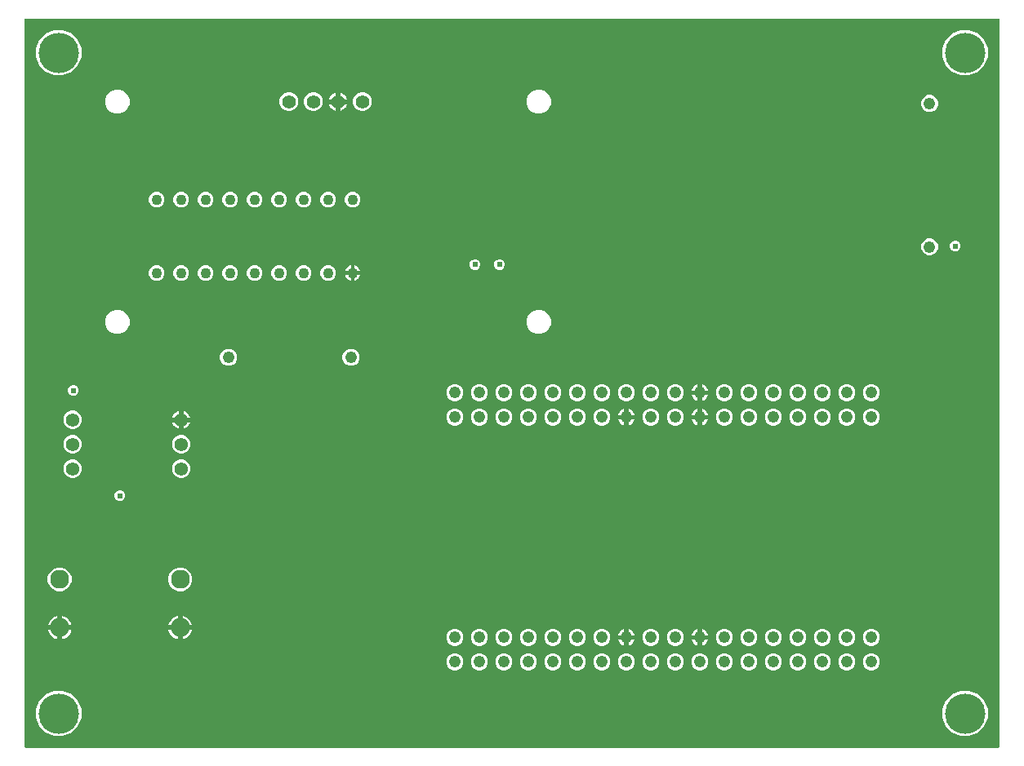
<source format=gbr>
G04 EAGLE Gerber RS-274X export*
G75*
%MOMM*%
%FSLAX34Y34*%
%LPD*%
%INCopper Layer 2*%
%IPPOS*%
%AMOC8*
5,1,8,0,0,1.08239X$1,22.5*%
G01*
%ADD10C,1.960000*%
%ADD11C,1.244600*%
%ADD12C,1.102363*%
%ADD13C,1.422400*%
%ADD14C,1.386838*%
%ADD15C,4.191000*%
%ADD16C,0.609600*%

G36*
X1012308Y2556D02*
X1012308Y2556D01*
X1012427Y2563D01*
X1012465Y2576D01*
X1012506Y2581D01*
X1012616Y2624D01*
X1012729Y2661D01*
X1012764Y2683D01*
X1012801Y2698D01*
X1012897Y2767D01*
X1012998Y2831D01*
X1013026Y2861D01*
X1013059Y2884D01*
X1013135Y2976D01*
X1013216Y3063D01*
X1013236Y3098D01*
X1013261Y3129D01*
X1013312Y3237D01*
X1013370Y3341D01*
X1013380Y3381D01*
X1013397Y3417D01*
X1013419Y3534D01*
X1013449Y3649D01*
X1013453Y3709D01*
X1013457Y3729D01*
X1013455Y3750D01*
X1013459Y3810D01*
X1013459Y758190D01*
X1013444Y758308D01*
X1013437Y758427D01*
X1013424Y758465D01*
X1013419Y758506D01*
X1013376Y758616D01*
X1013339Y758729D01*
X1013317Y758764D01*
X1013302Y758801D01*
X1013233Y758897D01*
X1013169Y758998D01*
X1013139Y759026D01*
X1013116Y759059D01*
X1013024Y759135D01*
X1012937Y759216D01*
X1012902Y759236D01*
X1012871Y759261D01*
X1012763Y759312D01*
X1012659Y759370D01*
X1012619Y759380D01*
X1012583Y759397D01*
X1012466Y759419D01*
X1012351Y759449D01*
X1012291Y759453D01*
X1012271Y759457D01*
X1012250Y759455D01*
X1012190Y759459D01*
X3810Y759459D01*
X3692Y759444D01*
X3573Y759437D01*
X3535Y759424D01*
X3494Y759419D01*
X3384Y759376D01*
X3271Y759339D01*
X3236Y759317D01*
X3199Y759302D01*
X3103Y759233D01*
X3002Y759169D01*
X2974Y759139D01*
X2941Y759116D01*
X2865Y759024D01*
X2784Y758937D01*
X2764Y758902D01*
X2739Y758871D01*
X2688Y758763D01*
X2630Y758659D01*
X2620Y758619D01*
X2603Y758583D01*
X2581Y758466D01*
X2551Y758351D01*
X2547Y758291D01*
X2543Y758271D01*
X2545Y758250D01*
X2541Y758190D01*
X2541Y3810D01*
X2556Y3692D01*
X2563Y3573D01*
X2576Y3535D01*
X2581Y3494D01*
X2624Y3384D01*
X2661Y3271D01*
X2683Y3236D01*
X2698Y3199D01*
X2767Y3103D01*
X2831Y3002D01*
X2861Y2974D01*
X2884Y2941D01*
X2976Y2865D01*
X3063Y2784D01*
X3098Y2764D01*
X3129Y2739D01*
X3237Y2688D01*
X3341Y2630D01*
X3381Y2620D01*
X3417Y2603D01*
X3534Y2581D01*
X3649Y2551D01*
X3709Y2547D01*
X3729Y2543D01*
X3750Y2545D01*
X3810Y2541D01*
X1012190Y2541D01*
X1012308Y2556D01*
G37*
%LPC*%
G36*
X973226Y700404D02*
X973226Y700404D01*
X964591Y703981D01*
X957981Y710591D01*
X954404Y719226D01*
X954404Y728574D01*
X957981Y737209D01*
X964591Y743819D01*
X973226Y747396D01*
X982574Y747396D01*
X991209Y743819D01*
X997819Y737209D01*
X1001396Y728574D01*
X1001396Y719226D01*
X997819Y710591D01*
X991209Y703981D01*
X982574Y700404D01*
X973226Y700404D01*
G37*
%LPD*%
%LPC*%
G36*
X33426Y700404D02*
X33426Y700404D01*
X24791Y703981D01*
X18181Y710591D01*
X14604Y719226D01*
X14604Y728574D01*
X18181Y737209D01*
X24791Y743819D01*
X33426Y747396D01*
X42774Y747396D01*
X51409Y743819D01*
X58019Y737209D01*
X61596Y728574D01*
X61596Y719226D01*
X58019Y710591D01*
X51409Y703981D01*
X42774Y700404D01*
X33426Y700404D01*
G37*
%LPD*%
%LPC*%
G36*
X33426Y14604D02*
X33426Y14604D01*
X24791Y18181D01*
X18181Y24791D01*
X14604Y33426D01*
X14604Y42774D01*
X18181Y51409D01*
X24791Y58019D01*
X33426Y61596D01*
X42774Y61596D01*
X51409Y58019D01*
X58019Y51409D01*
X61596Y42774D01*
X61596Y33426D01*
X58019Y24791D01*
X51409Y18181D01*
X42774Y14604D01*
X33426Y14604D01*
G37*
%LPD*%
%LPC*%
G36*
X973226Y14604D02*
X973226Y14604D01*
X964591Y18181D01*
X957981Y24791D01*
X954404Y33426D01*
X954404Y42774D01*
X957981Y51409D01*
X964591Y58019D01*
X973226Y61596D01*
X982574Y61596D01*
X991209Y58019D01*
X997819Y51409D01*
X1001396Y42774D01*
X1001396Y33426D01*
X997819Y24791D01*
X991209Y18181D01*
X982574Y14604D01*
X973226Y14604D01*
G37*
%LPD*%
%LPC*%
G36*
X533445Y431959D02*
X533445Y431959D01*
X528836Y433868D01*
X525308Y437396D01*
X523399Y442005D01*
X523399Y446995D01*
X525308Y451604D01*
X528836Y455132D01*
X533445Y457041D01*
X538435Y457041D01*
X543044Y455132D01*
X546572Y451604D01*
X548481Y446995D01*
X548481Y442005D01*
X546572Y437396D01*
X543044Y433868D01*
X538435Y431959D01*
X533445Y431959D01*
G37*
%LPD*%
%LPC*%
G36*
X96565Y431959D02*
X96565Y431959D01*
X91956Y433868D01*
X88428Y437396D01*
X86519Y442005D01*
X86519Y446995D01*
X88428Y451604D01*
X91956Y455132D01*
X96565Y457041D01*
X101555Y457041D01*
X106164Y455132D01*
X109692Y451604D01*
X111601Y446995D01*
X111601Y442005D01*
X109692Y437396D01*
X106164Y433868D01*
X101555Y431959D01*
X96565Y431959D01*
G37*
%LPD*%
%LPC*%
G36*
X96565Y660559D02*
X96565Y660559D01*
X91956Y662468D01*
X88428Y665996D01*
X86519Y670605D01*
X86519Y675595D01*
X88428Y680204D01*
X91956Y683732D01*
X96565Y685641D01*
X101555Y685641D01*
X106164Y683732D01*
X109692Y680204D01*
X111601Y675595D01*
X111601Y670605D01*
X109692Y665996D01*
X106164Y662468D01*
X101555Y660559D01*
X96565Y660559D01*
G37*
%LPD*%
%LPC*%
G36*
X533445Y660559D02*
X533445Y660559D01*
X528836Y662468D01*
X525308Y665996D01*
X523399Y670605D01*
X523399Y675595D01*
X525308Y680204D01*
X528836Y683732D01*
X533445Y685641D01*
X538435Y685641D01*
X543044Y683732D01*
X546572Y680204D01*
X548481Y675595D01*
X548481Y670605D01*
X546572Y665996D01*
X543044Y662468D01*
X538435Y660559D01*
X533445Y660559D01*
G37*
%LPD*%
%LPC*%
G36*
X161645Y165059D02*
X161645Y165059D01*
X157110Y166938D01*
X153638Y170410D01*
X151759Y174945D01*
X151759Y179855D01*
X153638Y184390D01*
X157110Y187862D01*
X161645Y189741D01*
X166555Y189741D01*
X171090Y187862D01*
X174562Y184390D01*
X176441Y179855D01*
X176441Y174945D01*
X174562Y170410D01*
X171090Y166938D01*
X166555Y165059D01*
X161645Y165059D01*
G37*
%LPD*%
%LPC*%
G36*
X36645Y165059D02*
X36645Y165059D01*
X32110Y166938D01*
X28638Y170410D01*
X26759Y174945D01*
X26759Y179855D01*
X28638Y184390D01*
X32110Y187862D01*
X36645Y189741D01*
X41555Y189741D01*
X46090Y187862D01*
X49562Y184390D01*
X51441Y179855D01*
X51441Y174945D01*
X49562Y170410D01*
X46090Y166938D01*
X41555Y165059D01*
X36645Y165059D01*
G37*
%LPD*%
%LPC*%
G36*
X300340Y663447D02*
X300340Y663447D01*
X296792Y664917D01*
X294077Y667632D01*
X292607Y671180D01*
X292607Y675020D01*
X294077Y678568D01*
X296792Y681283D01*
X300340Y682753D01*
X304180Y682753D01*
X307728Y681283D01*
X310443Y678568D01*
X311913Y675020D01*
X311913Y671180D01*
X310443Y667632D01*
X307728Y664917D01*
X304180Y663447D01*
X300340Y663447D01*
G37*
%LPD*%
%LPC*%
G36*
X274940Y663447D02*
X274940Y663447D01*
X271392Y664917D01*
X268677Y667632D01*
X267207Y671180D01*
X267207Y675020D01*
X268677Y678568D01*
X271392Y681283D01*
X274940Y682753D01*
X278780Y682753D01*
X282328Y681283D01*
X285043Y678568D01*
X286513Y675020D01*
X286513Y671180D01*
X285043Y667632D01*
X282328Y664917D01*
X278780Y663447D01*
X274940Y663447D01*
G37*
%LPD*%
%LPC*%
G36*
X351140Y663447D02*
X351140Y663447D01*
X347592Y664917D01*
X344877Y667632D01*
X343407Y671180D01*
X343407Y675020D01*
X344877Y678568D01*
X347592Y681283D01*
X351140Y682753D01*
X354980Y682753D01*
X358528Y681283D01*
X361243Y678568D01*
X362713Y675020D01*
X362713Y671180D01*
X361243Y667632D01*
X358528Y664917D01*
X354980Y663447D01*
X351140Y663447D01*
G37*
%LPD*%
%LPC*%
G36*
X163215Y308025D02*
X163215Y308025D01*
X159733Y309468D01*
X157068Y312133D01*
X155625Y315615D01*
X155625Y319385D01*
X157068Y322867D01*
X159733Y325532D01*
X163215Y326975D01*
X166985Y326975D01*
X170467Y325532D01*
X173132Y322867D01*
X174575Y319385D01*
X174575Y315615D01*
X173132Y312133D01*
X170467Y309468D01*
X166985Y308025D01*
X163215Y308025D01*
G37*
%LPD*%
%LPC*%
G36*
X50693Y333425D02*
X50693Y333425D01*
X47211Y334868D01*
X44546Y337533D01*
X43103Y341015D01*
X43103Y344785D01*
X44546Y348267D01*
X47211Y350932D01*
X50693Y352375D01*
X54463Y352375D01*
X57945Y350932D01*
X60610Y348267D01*
X62053Y344785D01*
X62053Y341015D01*
X60610Y337533D01*
X57945Y334868D01*
X54463Y333425D01*
X50693Y333425D01*
G37*
%LPD*%
%LPC*%
G36*
X50693Y308025D02*
X50693Y308025D01*
X47211Y309468D01*
X44546Y312133D01*
X43103Y315615D01*
X43103Y319385D01*
X44546Y322867D01*
X47211Y325532D01*
X50693Y326975D01*
X54463Y326975D01*
X57945Y325532D01*
X60610Y322867D01*
X62053Y319385D01*
X62053Y315615D01*
X60610Y312133D01*
X57945Y309468D01*
X54463Y308025D01*
X50693Y308025D01*
G37*
%LPD*%
%LPC*%
G36*
X50693Y282625D02*
X50693Y282625D01*
X47211Y284068D01*
X44546Y286733D01*
X43103Y290215D01*
X43103Y293985D01*
X44546Y297467D01*
X47211Y300132D01*
X50693Y301575D01*
X54463Y301575D01*
X57945Y300132D01*
X60610Y297467D01*
X62053Y293985D01*
X62053Y290215D01*
X60610Y286733D01*
X57945Y284068D01*
X54463Y282625D01*
X50693Y282625D01*
G37*
%LPD*%
%LPC*%
G36*
X163215Y282625D02*
X163215Y282625D01*
X159733Y284068D01*
X157068Y286733D01*
X155625Y290215D01*
X155625Y293985D01*
X157068Y297467D01*
X159733Y300132D01*
X163215Y301575D01*
X166985Y301575D01*
X170467Y300132D01*
X173132Y297467D01*
X174575Y293985D01*
X174575Y290215D01*
X173132Y286733D01*
X170467Y284068D01*
X166985Y282625D01*
X163215Y282625D01*
G37*
%LPD*%
%LPC*%
G36*
X497957Y336936D02*
X497957Y336936D01*
X494736Y338270D01*
X492270Y340736D01*
X490936Y343957D01*
X490936Y347443D01*
X492270Y350664D01*
X494736Y353130D01*
X497957Y354464D01*
X501443Y354464D01*
X504664Y353130D01*
X507130Y350664D01*
X508464Y347443D01*
X508464Y343957D01*
X507130Y340736D01*
X504664Y338270D01*
X501443Y336936D01*
X497957Y336936D01*
G37*
%LPD*%
%LPC*%
G36*
X523357Y336936D02*
X523357Y336936D01*
X520136Y338270D01*
X517670Y340736D01*
X516336Y343957D01*
X516336Y347443D01*
X517670Y350664D01*
X520136Y353130D01*
X523357Y354464D01*
X526843Y354464D01*
X530064Y353130D01*
X532530Y350664D01*
X533864Y347443D01*
X533864Y343957D01*
X532530Y340736D01*
X530064Y338270D01*
X526843Y336936D01*
X523357Y336936D01*
G37*
%LPD*%
%LPC*%
G36*
X447157Y82936D02*
X447157Y82936D01*
X443936Y84270D01*
X441470Y86736D01*
X440136Y89957D01*
X440136Y93443D01*
X441470Y96664D01*
X443936Y99130D01*
X447157Y100464D01*
X450643Y100464D01*
X453864Y99130D01*
X456330Y96664D01*
X457664Y93443D01*
X457664Y89957D01*
X456330Y86736D01*
X453864Y84270D01*
X450643Y82936D01*
X447157Y82936D01*
G37*
%LPD*%
%LPC*%
G36*
X472557Y82936D02*
X472557Y82936D01*
X469336Y84270D01*
X466870Y86736D01*
X465536Y89957D01*
X465536Y93443D01*
X466870Y96664D01*
X469336Y99130D01*
X472557Y100464D01*
X476043Y100464D01*
X479264Y99130D01*
X481730Y96664D01*
X483064Y93443D01*
X483064Y89957D01*
X481730Y86736D01*
X479264Y84270D01*
X476043Y82936D01*
X472557Y82936D01*
G37*
%LPD*%
%LPC*%
G36*
X939357Y513736D02*
X939357Y513736D01*
X936136Y515070D01*
X933670Y517536D01*
X932336Y520757D01*
X932336Y524243D01*
X933670Y527464D01*
X936136Y529930D01*
X939357Y531264D01*
X942843Y531264D01*
X946064Y529930D01*
X948530Y527464D01*
X949864Y524243D01*
X949864Y520757D01*
X948530Y517536D01*
X946064Y515070D01*
X942843Y513736D01*
X939357Y513736D01*
G37*
%LPD*%
%LPC*%
G36*
X497957Y82936D02*
X497957Y82936D01*
X494736Y84270D01*
X492270Y86736D01*
X490936Y89957D01*
X490936Y93443D01*
X492270Y96664D01*
X494736Y99130D01*
X497957Y100464D01*
X501443Y100464D01*
X504664Y99130D01*
X507130Y96664D01*
X508464Y93443D01*
X508464Y89957D01*
X507130Y86736D01*
X504664Y84270D01*
X501443Y82936D01*
X497957Y82936D01*
G37*
%LPD*%
%LPC*%
G36*
X523357Y82936D02*
X523357Y82936D01*
X520136Y84270D01*
X517670Y86736D01*
X516336Y89957D01*
X516336Y93443D01*
X517670Y96664D01*
X520136Y99130D01*
X523357Y100464D01*
X526843Y100464D01*
X530064Y99130D01*
X532530Y96664D01*
X533864Y93443D01*
X533864Y89957D01*
X532530Y86736D01*
X530064Y84270D01*
X526843Y82936D01*
X523357Y82936D01*
G37*
%LPD*%
%LPC*%
G36*
X548757Y82936D02*
X548757Y82936D01*
X545536Y84270D01*
X543070Y86736D01*
X541736Y89957D01*
X541736Y93443D01*
X543070Y96664D01*
X545536Y99130D01*
X548757Y100464D01*
X552243Y100464D01*
X555464Y99130D01*
X557930Y96664D01*
X559264Y93443D01*
X559264Y89957D01*
X557930Y86736D01*
X555464Y84270D01*
X552243Y82936D01*
X548757Y82936D01*
G37*
%LPD*%
%LPC*%
G36*
X574157Y82936D02*
X574157Y82936D01*
X570936Y84270D01*
X568470Y86736D01*
X567136Y89957D01*
X567136Y93443D01*
X568470Y96664D01*
X570936Y99130D01*
X574157Y100464D01*
X577643Y100464D01*
X580864Y99130D01*
X583330Y96664D01*
X584664Y93443D01*
X584664Y89957D01*
X583330Y86736D01*
X580864Y84270D01*
X577643Y82936D01*
X574157Y82936D01*
G37*
%LPD*%
%LPC*%
G36*
X599557Y82936D02*
X599557Y82936D01*
X596336Y84270D01*
X593870Y86736D01*
X592536Y89957D01*
X592536Y93443D01*
X593870Y96664D01*
X596336Y99130D01*
X599557Y100464D01*
X603043Y100464D01*
X606264Y99130D01*
X608730Y96664D01*
X610064Y93443D01*
X610064Y89957D01*
X608730Y86736D01*
X606264Y84270D01*
X603043Y82936D01*
X599557Y82936D01*
G37*
%LPD*%
%LPC*%
G36*
X624957Y82936D02*
X624957Y82936D01*
X621736Y84270D01*
X619270Y86736D01*
X617936Y89957D01*
X617936Y93443D01*
X619270Y96664D01*
X621736Y99130D01*
X624957Y100464D01*
X628443Y100464D01*
X631664Y99130D01*
X634130Y96664D01*
X635464Y93443D01*
X635464Y89957D01*
X634130Y86736D01*
X631664Y84270D01*
X628443Y82936D01*
X624957Y82936D01*
G37*
%LPD*%
%LPC*%
G36*
X650357Y82936D02*
X650357Y82936D01*
X647136Y84270D01*
X644670Y86736D01*
X643336Y89957D01*
X643336Y93443D01*
X644670Y96664D01*
X647136Y99130D01*
X650357Y100464D01*
X653843Y100464D01*
X657064Y99130D01*
X659530Y96664D01*
X660864Y93443D01*
X660864Y89957D01*
X659530Y86736D01*
X657064Y84270D01*
X653843Y82936D01*
X650357Y82936D01*
G37*
%LPD*%
%LPC*%
G36*
X675757Y82936D02*
X675757Y82936D01*
X672536Y84270D01*
X670070Y86736D01*
X668736Y89957D01*
X668736Y93443D01*
X670070Y96664D01*
X672536Y99130D01*
X675757Y100464D01*
X679243Y100464D01*
X682464Y99130D01*
X684930Y96664D01*
X686264Y93443D01*
X686264Y89957D01*
X684930Y86736D01*
X682464Y84270D01*
X679243Y82936D01*
X675757Y82936D01*
G37*
%LPD*%
%LPC*%
G36*
X701157Y82936D02*
X701157Y82936D01*
X697936Y84270D01*
X695470Y86736D01*
X694136Y89957D01*
X694136Y93443D01*
X695470Y96664D01*
X697936Y99130D01*
X701157Y100464D01*
X704643Y100464D01*
X707864Y99130D01*
X710330Y96664D01*
X711664Y93443D01*
X711664Y89957D01*
X710330Y86736D01*
X707864Y84270D01*
X704643Y82936D01*
X701157Y82936D01*
G37*
%LPD*%
%LPC*%
G36*
X726557Y82936D02*
X726557Y82936D01*
X723336Y84270D01*
X720870Y86736D01*
X719536Y89957D01*
X719536Y93443D01*
X720870Y96664D01*
X723336Y99130D01*
X726557Y100464D01*
X730043Y100464D01*
X733264Y99130D01*
X735730Y96664D01*
X737064Y93443D01*
X737064Y89957D01*
X735730Y86736D01*
X733264Y84270D01*
X730043Y82936D01*
X726557Y82936D01*
G37*
%LPD*%
%LPC*%
G36*
X751957Y82936D02*
X751957Y82936D01*
X748736Y84270D01*
X746270Y86736D01*
X744936Y89957D01*
X744936Y93443D01*
X746270Y96664D01*
X748736Y99130D01*
X751957Y100464D01*
X755443Y100464D01*
X758664Y99130D01*
X761130Y96664D01*
X762464Y93443D01*
X762464Y89957D01*
X761130Y86736D01*
X758664Y84270D01*
X755443Y82936D01*
X751957Y82936D01*
G37*
%LPD*%
%LPC*%
G36*
X777357Y82936D02*
X777357Y82936D01*
X774136Y84270D01*
X771670Y86736D01*
X770336Y89957D01*
X770336Y93443D01*
X771670Y96664D01*
X774136Y99130D01*
X777357Y100464D01*
X780843Y100464D01*
X784064Y99130D01*
X786530Y96664D01*
X787864Y93443D01*
X787864Y89957D01*
X786530Y86736D01*
X784064Y84270D01*
X780843Y82936D01*
X777357Y82936D01*
G37*
%LPD*%
%LPC*%
G36*
X802757Y82936D02*
X802757Y82936D01*
X799536Y84270D01*
X797070Y86736D01*
X795736Y89957D01*
X795736Y93443D01*
X797070Y96664D01*
X799536Y99130D01*
X802757Y100464D01*
X806243Y100464D01*
X809464Y99130D01*
X811930Y96664D01*
X813264Y93443D01*
X813264Y89957D01*
X811930Y86736D01*
X809464Y84270D01*
X806243Y82936D01*
X802757Y82936D01*
G37*
%LPD*%
%LPC*%
G36*
X828157Y82936D02*
X828157Y82936D01*
X824936Y84270D01*
X822470Y86736D01*
X821136Y89957D01*
X821136Y93443D01*
X822470Y96664D01*
X824936Y99130D01*
X828157Y100464D01*
X831643Y100464D01*
X834864Y99130D01*
X837330Y96664D01*
X838664Y93443D01*
X838664Y89957D01*
X837330Y86736D01*
X834864Y84270D01*
X831643Y82936D01*
X828157Y82936D01*
G37*
%LPD*%
%LPC*%
G36*
X853557Y82936D02*
X853557Y82936D01*
X850336Y84270D01*
X847870Y86736D01*
X846536Y89957D01*
X846536Y93443D01*
X847870Y96664D01*
X850336Y99130D01*
X853557Y100464D01*
X857043Y100464D01*
X860264Y99130D01*
X862730Y96664D01*
X864064Y93443D01*
X864064Y89957D01*
X862730Y86736D01*
X860264Y84270D01*
X857043Y82936D01*
X853557Y82936D01*
G37*
%LPD*%
%LPC*%
G36*
X878957Y82936D02*
X878957Y82936D01*
X875736Y84270D01*
X873270Y86736D01*
X871936Y89957D01*
X871936Y93443D01*
X873270Y96664D01*
X875736Y99130D01*
X878957Y100464D01*
X882443Y100464D01*
X885664Y99130D01*
X888130Y96664D01*
X889464Y93443D01*
X889464Y89957D01*
X888130Y86736D01*
X885664Y84270D01*
X882443Y82936D01*
X878957Y82936D01*
G37*
%LPD*%
%LPC*%
G36*
X447157Y108336D02*
X447157Y108336D01*
X443936Y109670D01*
X441470Y112136D01*
X440136Y115357D01*
X440136Y118843D01*
X441470Y122064D01*
X443936Y124530D01*
X447157Y125864D01*
X450643Y125864D01*
X453864Y124530D01*
X456330Y122064D01*
X457664Y118843D01*
X457664Y115357D01*
X456330Y112136D01*
X453864Y109670D01*
X450643Y108336D01*
X447157Y108336D01*
G37*
%LPD*%
%LPC*%
G36*
X339357Y398936D02*
X339357Y398936D01*
X336136Y400270D01*
X333670Y402736D01*
X332336Y405957D01*
X332336Y409443D01*
X333670Y412664D01*
X336136Y415130D01*
X339357Y416464D01*
X342843Y416464D01*
X346064Y415130D01*
X348530Y412664D01*
X349864Y409443D01*
X349864Y405957D01*
X348530Y402736D01*
X346064Y400270D01*
X342843Y398936D01*
X339357Y398936D01*
G37*
%LPD*%
%LPC*%
G36*
X212357Y398936D02*
X212357Y398936D01*
X209136Y400270D01*
X206670Y402736D01*
X205336Y405957D01*
X205336Y409443D01*
X206670Y412664D01*
X209136Y415130D01*
X212357Y416464D01*
X215843Y416464D01*
X219064Y415130D01*
X221530Y412664D01*
X222864Y409443D01*
X222864Y405957D01*
X221530Y402736D01*
X219064Y400270D01*
X215843Y398936D01*
X212357Y398936D01*
G37*
%LPD*%
%LPC*%
G36*
X853557Y362336D02*
X853557Y362336D01*
X850336Y363670D01*
X847870Y366136D01*
X846536Y369357D01*
X846536Y372843D01*
X847870Y376064D01*
X850336Y378530D01*
X853557Y379864D01*
X857043Y379864D01*
X860264Y378530D01*
X862730Y376064D01*
X864064Y372843D01*
X864064Y369357D01*
X862730Y366136D01*
X860264Y363670D01*
X857043Y362336D01*
X853557Y362336D01*
G37*
%LPD*%
%LPC*%
G36*
X828157Y362336D02*
X828157Y362336D01*
X824936Y363670D01*
X822470Y366136D01*
X821136Y369357D01*
X821136Y372843D01*
X822470Y376064D01*
X824936Y378530D01*
X828157Y379864D01*
X831643Y379864D01*
X834864Y378530D01*
X837330Y376064D01*
X838664Y372843D01*
X838664Y369357D01*
X837330Y366136D01*
X834864Y363670D01*
X831643Y362336D01*
X828157Y362336D01*
G37*
%LPD*%
%LPC*%
G36*
X878957Y362336D02*
X878957Y362336D01*
X875736Y363670D01*
X873270Y366136D01*
X871936Y369357D01*
X871936Y372843D01*
X873270Y376064D01*
X875736Y378530D01*
X878957Y379864D01*
X882443Y379864D01*
X885664Y378530D01*
X888130Y376064D01*
X889464Y372843D01*
X889464Y369357D01*
X888130Y366136D01*
X885664Y363670D01*
X882443Y362336D01*
X878957Y362336D01*
G37*
%LPD*%
%LPC*%
G36*
X802757Y362336D02*
X802757Y362336D01*
X799536Y363670D01*
X797070Y366136D01*
X795736Y369357D01*
X795736Y372843D01*
X797070Y376064D01*
X799536Y378530D01*
X802757Y379864D01*
X806243Y379864D01*
X809464Y378530D01*
X811930Y376064D01*
X813264Y372843D01*
X813264Y369357D01*
X811930Y366136D01*
X809464Y363670D01*
X806243Y362336D01*
X802757Y362336D01*
G37*
%LPD*%
%LPC*%
G36*
X777357Y362336D02*
X777357Y362336D01*
X774136Y363670D01*
X771670Y366136D01*
X770336Y369357D01*
X770336Y372843D01*
X771670Y376064D01*
X774136Y378530D01*
X777357Y379864D01*
X780843Y379864D01*
X784064Y378530D01*
X786530Y376064D01*
X787864Y372843D01*
X787864Y369357D01*
X786530Y366136D01*
X784064Y363670D01*
X780843Y362336D01*
X777357Y362336D01*
G37*
%LPD*%
%LPC*%
G36*
X751957Y362336D02*
X751957Y362336D01*
X748736Y363670D01*
X746270Y366136D01*
X744936Y369357D01*
X744936Y372843D01*
X746270Y376064D01*
X748736Y378530D01*
X751957Y379864D01*
X755443Y379864D01*
X758664Y378530D01*
X761130Y376064D01*
X762464Y372843D01*
X762464Y369357D01*
X761130Y366136D01*
X758664Y363670D01*
X755443Y362336D01*
X751957Y362336D01*
G37*
%LPD*%
%LPC*%
G36*
X726557Y362336D02*
X726557Y362336D01*
X723336Y363670D01*
X720870Y366136D01*
X719536Y369357D01*
X719536Y372843D01*
X720870Y376064D01*
X723336Y378530D01*
X726557Y379864D01*
X730043Y379864D01*
X733264Y378530D01*
X735730Y376064D01*
X737064Y372843D01*
X737064Y369357D01*
X735730Y366136D01*
X733264Y363670D01*
X730043Y362336D01*
X726557Y362336D01*
G37*
%LPD*%
%LPC*%
G36*
X675757Y362336D02*
X675757Y362336D01*
X672536Y363670D01*
X670070Y366136D01*
X668736Y369357D01*
X668736Y372843D01*
X670070Y376064D01*
X672536Y378530D01*
X675757Y379864D01*
X679243Y379864D01*
X682464Y378530D01*
X684930Y376064D01*
X686264Y372843D01*
X686264Y369357D01*
X684930Y366136D01*
X682464Y363670D01*
X679243Y362336D01*
X675757Y362336D01*
G37*
%LPD*%
%LPC*%
G36*
X650357Y362336D02*
X650357Y362336D01*
X647136Y363670D01*
X644670Y366136D01*
X643336Y369357D01*
X643336Y372843D01*
X644670Y376064D01*
X647136Y378530D01*
X650357Y379864D01*
X653843Y379864D01*
X657064Y378530D01*
X659530Y376064D01*
X660864Y372843D01*
X660864Y369357D01*
X659530Y366136D01*
X657064Y363670D01*
X653843Y362336D01*
X650357Y362336D01*
G37*
%LPD*%
%LPC*%
G36*
X624957Y362336D02*
X624957Y362336D01*
X621736Y363670D01*
X619270Y366136D01*
X617936Y369357D01*
X617936Y372843D01*
X619270Y376064D01*
X621736Y378530D01*
X624957Y379864D01*
X628443Y379864D01*
X631664Y378530D01*
X634130Y376064D01*
X635464Y372843D01*
X635464Y369357D01*
X634130Y366136D01*
X631664Y363670D01*
X628443Y362336D01*
X624957Y362336D01*
G37*
%LPD*%
%LPC*%
G36*
X599557Y362336D02*
X599557Y362336D01*
X596336Y363670D01*
X593870Y366136D01*
X592536Y369357D01*
X592536Y372843D01*
X593870Y376064D01*
X596336Y378530D01*
X599557Y379864D01*
X603043Y379864D01*
X606264Y378530D01*
X608730Y376064D01*
X610064Y372843D01*
X610064Y369357D01*
X608730Y366136D01*
X606264Y363670D01*
X603043Y362336D01*
X599557Y362336D01*
G37*
%LPD*%
%LPC*%
G36*
X574157Y362336D02*
X574157Y362336D01*
X570936Y363670D01*
X568470Y366136D01*
X567136Y369357D01*
X567136Y372843D01*
X568470Y376064D01*
X570936Y378530D01*
X574157Y379864D01*
X577643Y379864D01*
X580864Y378530D01*
X583330Y376064D01*
X584664Y372843D01*
X584664Y369357D01*
X583330Y366136D01*
X580864Y363670D01*
X577643Y362336D01*
X574157Y362336D01*
G37*
%LPD*%
%LPC*%
G36*
X548757Y362336D02*
X548757Y362336D01*
X545536Y363670D01*
X543070Y366136D01*
X541736Y369357D01*
X541736Y372843D01*
X543070Y376064D01*
X545536Y378530D01*
X548757Y379864D01*
X552243Y379864D01*
X555464Y378530D01*
X557930Y376064D01*
X559264Y372843D01*
X559264Y369357D01*
X557930Y366136D01*
X555464Y363670D01*
X552243Y362336D01*
X548757Y362336D01*
G37*
%LPD*%
%LPC*%
G36*
X523357Y362336D02*
X523357Y362336D01*
X520136Y363670D01*
X517670Y366136D01*
X516336Y369357D01*
X516336Y372843D01*
X517670Y376064D01*
X520136Y378530D01*
X523357Y379864D01*
X526843Y379864D01*
X530064Y378530D01*
X532530Y376064D01*
X533864Y372843D01*
X533864Y369357D01*
X532530Y366136D01*
X530064Y363670D01*
X526843Y362336D01*
X523357Y362336D01*
G37*
%LPD*%
%LPC*%
G36*
X497957Y362336D02*
X497957Y362336D01*
X494736Y363670D01*
X492270Y366136D01*
X490936Y369357D01*
X490936Y372843D01*
X492270Y376064D01*
X494736Y378530D01*
X497957Y379864D01*
X501443Y379864D01*
X504664Y378530D01*
X507130Y376064D01*
X508464Y372843D01*
X508464Y369357D01*
X507130Y366136D01*
X504664Y363670D01*
X501443Y362336D01*
X497957Y362336D01*
G37*
%LPD*%
%LPC*%
G36*
X472557Y362336D02*
X472557Y362336D01*
X469336Y363670D01*
X466870Y366136D01*
X465536Y369357D01*
X465536Y372843D01*
X466870Y376064D01*
X469336Y378530D01*
X472557Y379864D01*
X476043Y379864D01*
X479264Y378530D01*
X481730Y376064D01*
X483064Y372843D01*
X483064Y369357D01*
X481730Y366136D01*
X479264Y363670D01*
X476043Y362336D01*
X472557Y362336D01*
G37*
%LPD*%
%LPC*%
G36*
X447157Y362336D02*
X447157Y362336D01*
X443936Y363670D01*
X441470Y366136D01*
X440136Y369357D01*
X440136Y372843D01*
X441470Y376064D01*
X443936Y378530D01*
X447157Y379864D01*
X450643Y379864D01*
X453864Y378530D01*
X456330Y376064D01*
X457664Y372843D01*
X457664Y369357D01*
X456330Y366136D01*
X453864Y363670D01*
X450643Y362336D01*
X447157Y362336D01*
G37*
%LPD*%
%LPC*%
G36*
X472557Y108336D02*
X472557Y108336D01*
X469336Y109670D01*
X466870Y112136D01*
X465536Y115357D01*
X465536Y118843D01*
X466870Y122064D01*
X469336Y124530D01*
X472557Y125864D01*
X476043Y125864D01*
X479264Y124530D01*
X481730Y122064D01*
X483064Y118843D01*
X483064Y115357D01*
X481730Y112136D01*
X479264Y109670D01*
X476043Y108336D01*
X472557Y108336D01*
G37*
%LPD*%
%LPC*%
G36*
X497957Y108336D02*
X497957Y108336D01*
X494736Y109670D01*
X492270Y112136D01*
X490936Y115357D01*
X490936Y118843D01*
X492270Y122064D01*
X494736Y124530D01*
X497957Y125864D01*
X501443Y125864D01*
X504664Y124530D01*
X507130Y122064D01*
X508464Y118843D01*
X508464Y115357D01*
X507130Y112136D01*
X504664Y109670D01*
X501443Y108336D01*
X497957Y108336D01*
G37*
%LPD*%
%LPC*%
G36*
X523357Y108336D02*
X523357Y108336D01*
X520136Y109670D01*
X517670Y112136D01*
X516336Y115357D01*
X516336Y118843D01*
X517670Y122064D01*
X520136Y124530D01*
X523357Y125864D01*
X526843Y125864D01*
X530064Y124530D01*
X532530Y122064D01*
X533864Y118843D01*
X533864Y115357D01*
X532530Y112136D01*
X530064Y109670D01*
X526843Y108336D01*
X523357Y108336D01*
G37*
%LPD*%
%LPC*%
G36*
X548757Y108336D02*
X548757Y108336D01*
X545536Y109670D01*
X543070Y112136D01*
X541736Y115357D01*
X541736Y118843D01*
X543070Y122064D01*
X545536Y124530D01*
X548757Y125864D01*
X552243Y125864D01*
X555464Y124530D01*
X557930Y122064D01*
X559264Y118843D01*
X559264Y115357D01*
X557930Y112136D01*
X555464Y109670D01*
X552243Y108336D01*
X548757Y108336D01*
G37*
%LPD*%
%LPC*%
G36*
X574157Y108336D02*
X574157Y108336D01*
X570936Y109670D01*
X568470Y112136D01*
X567136Y115357D01*
X567136Y118843D01*
X568470Y122064D01*
X570936Y124530D01*
X574157Y125864D01*
X577643Y125864D01*
X580864Y124530D01*
X583330Y122064D01*
X584664Y118843D01*
X584664Y115357D01*
X583330Y112136D01*
X580864Y109670D01*
X577643Y108336D01*
X574157Y108336D01*
G37*
%LPD*%
%LPC*%
G36*
X574157Y336936D02*
X574157Y336936D01*
X570936Y338270D01*
X568470Y340736D01*
X567136Y343957D01*
X567136Y347443D01*
X568470Y350664D01*
X570936Y353130D01*
X574157Y354464D01*
X577643Y354464D01*
X580864Y353130D01*
X583330Y350664D01*
X584664Y347443D01*
X584664Y343957D01*
X583330Y340736D01*
X580864Y338270D01*
X577643Y336936D01*
X574157Y336936D01*
G37*
%LPD*%
%LPC*%
G36*
X548757Y336936D02*
X548757Y336936D01*
X545536Y338270D01*
X543070Y340736D01*
X541736Y343957D01*
X541736Y347443D01*
X543070Y350664D01*
X545536Y353130D01*
X548757Y354464D01*
X552243Y354464D01*
X555464Y353130D01*
X557930Y350664D01*
X559264Y347443D01*
X559264Y343957D01*
X557930Y340736D01*
X555464Y338270D01*
X552243Y336936D01*
X548757Y336936D01*
G37*
%LPD*%
%LPC*%
G36*
X878957Y336936D02*
X878957Y336936D01*
X875736Y338270D01*
X873270Y340736D01*
X871936Y343957D01*
X871936Y347443D01*
X873270Y350664D01*
X875736Y353130D01*
X878957Y354464D01*
X882443Y354464D01*
X885664Y353130D01*
X888130Y350664D01*
X889464Y347443D01*
X889464Y343957D01*
X888130Y340736D01*
X885664Y338270D01*
X882443Y336936D01*
X878957Y336936D01*
G37*
%LPD*%
%LPC*%
G36*
X853557Y336936D02*
X853557Y336936D01*
X850336Y338270D01*
X847870Y340736D01*
X846536Y343957D01*
X846536Y347443D01*
X847870Y350664D01*
X850336Y353130D01*
X853557Y354464D01*
X857043Y354464D01*
X860264Y353130D01*
X862730Y350664D01*
X864064Y347443D01*
X864064Y343957D01*
X862730Y340736D01*
X860264Y338270D01*
X857043Y336936D01*
X853557Y336936D01*
G37*
%LPD*%
%LPC*%
G36*
X828157Y336936D02*
X828157Y336936D01*
X824936Y338270D01*
X822470Y340736D01*
X821136Y343957D01*
X821136Y347443D01*
X822470Y350664D01*
X824936Y353130D01*
X828157Y354464D01*
X831643Y354464D01*
X834864Y353130D01*
X837330Y350664D01*
X838664Y347443D01*
X838664Y343957D01*
X837330Y340736D01*
X834864Y338270D01*
X831643Y336936D01*
X828157Y336936D01*
G37*
%LPD*%
%LPC*%
G36*
X802757Y336936D02*
X802757Y336936D01*
X799536Y338270D01*
X797070Y340736D01*
X795736Y343957D01*
X795736Y347443D01*
X797070Y350664D01*
X799536Y353130D01*
X802757Y354464D01*
X806243Y354464D01*
X809464Y353130D01*
X811930Y350664D01*
X813264Y347443D01*
X813264Y343957D01*
X811930Y340736D01*
X809464Y338270D01*
X806243Y336936D01*
X802757Y336936D01*
G37*
%LPD*%
%LPC*%
G36*
X777357Y336936D02*
X777357Y336936D01*
X774136Y338270D01*
X771670Y340736D01*
X770336Y343957D01*
X770336Y347443D01*
X771670Y350664D01*
X774136Y353130D01*
X777357Y354464D01*
X780843Y354464D01*
X784064Y353130D01*
X786530Y350664D01*
X787864Y347443D01*
X787864Y343957D01*
X786530Y340736D01*
X784064Y338270D01*
X780843Y336936D01*
X777357Y336936D01*
G37*
%LPD*%
%LPC*%
G36*
X751957Y336936D02*
X751957Y336936D01*
X748736Y338270D01*
X746270Y340736D01*
X744936Y343957D01*
X744936Y347443D01*
X746270Y350664D01*
X748736Y353130D01*
X751957Y354464D01*
X755443Y354464D01*
X758664Y353130D01*
X761130Y350664D01*
X762464Y347443D01*
X762464Y343957D01*
X761130Y340736D01*
X758664Y338270D01*
X755443Y336936D01*
X751957Y336936D01*
G37*
%LPD*%
%LPC*%
G36*
X726557Y336936D02*
X726557Y336936D01*
X723336Y338270D01*
X720870Y340736D01*
X719536Y343957D01*
X719536Y347443D01*
X720870Y350664D01*
X723336Y353130D01*
X726557Y354464D01*
X730043Y354464D01*
X733264Y353130D01*
X735730Y350664D01*
X737064Y347443D01*
X737064Y343957D01*
X735730Y340736D01*
X733264Y338270D01*
X730043Y336936D01*
X726557Y336936D01*
G37*
%LPD*%
%LPC*%
G36*
X675757Y336936D02*
X675757Y336936D01*
X672536Y338270D01*
X670070Y340736D01*
X668736Y343957D01*
X668736Y347443D01*
X670070Y350664D01*
X672536Y353130D01*
X675757Y354464D01*
X679243Y354464D01*
X682464Y353130D01*
X684930Y350664D01*
X686264Y347443D01*
X686264Y343957D01*
X684930Y340736D01*
X682464Y338270D01*
X679243Y336936D01*
X675757Y336936D01*
G37*
%LPD*%
%LPC*%
G36*
X650357Y336936D02*
X650357Y336936D01*
X647136Y338270D01*
X644670Y340736D01*
X643336Y343957D01*
X643336Y347443D01*
X644670Y350664D01*
X647136Y353130D01*
X650357Y354464D01*
X653843Y354464D01*
X657064Y353130D01*
X659530Y350664D01*
X660864Y347443D01*
X660864Y343957D01*
X659530Y340736D01*
X657064Y338270D01*
X653843Y336936D01*
X650357Y336936D01*
G37*
%LPD*%
%LPC*%
G36*
X599557Y336936D02*
X599557Y336936D01*
X596336Y338270D01*
X593870Y340736D01*
X592536Y343957D01*
X592536Y347443D01*
X593870Y350664D01*
X596336Y353130D01*
X599557Y354464D01*
X603043Y354464D01*
X606264Y353130D01*
X608730Y350664D01*
X610064Y347443D01*
X610064Y343957D01*
X608730Y340736D01*
X606264Y338270D01*
X603043Y336936D01*
X599557Y336936D01*
G37*
%LPD*%
%LPC*%
G36*
X599557Y108336D02*
X599557Y108336D01*
X596336Y109670D01*
X593870Y112136D01*
X592536Y115357D01*
X592536Y118843D01*
X593870Y122064D01*
X596336Y124530D01*
X599557Y125864D01*
X603043Y125864D01*
X606264Y124530D01*
X608730Y122064D01*
X610064Y118843D01*
X610064Y115357D01*
X608730Y112136D01*
X606264Y109670D01*
X603043Y108336D01*
X599557Y108336D01*
G37*
%LPD*%
%LPC*%
G36*
X650357Y108336D02*
X650357Y108336D01*
X647136Y109670D01*
X644670Y112136D01*
X643336Y115357D01*
X643336Y118843D01*
X644670Y122064D01*
X647136Y124530D01*
X650357Y125864D01*
X653843Y125864D01*
X657064Y124530D01*
X659530Y122064D01*
X660864Y118843D01*
X660864Y115357D01*
X659530Y112136D01*
X657064Y109670D01*
X653843Y108336D01*
X650357Y108336D01*
G37*
%LPD*%
%LPC*%
G36*
X472557Y336936D02*
X472557Y336936D01*
X469336Y338270D01*
X466870Y340736D01*
X465536Y343957D01*
X465536Y347443D01*
X466870Y350664D01*
X469336Y353130D01*
X472557Y354464D01*
X476043Y354464D01*
X479264Y353130D01*
X481730Y350664D01*
X483064Y347443D01*
X483064Y343957D01*
X481730Y340736D01*
X479264Y338270D01*
X476043Y336936D01*
X472557Y336936D01*
G37*
%LPD*%
%LPC*%
G36*
X447157Y336936D02*
X447157Y336936D01*
X443936Y338270D01*
X441470Y340736D01*
X440136Y343957D01*
X440136Y347443D01*
X441470Y350664D01*
X443936Y353130D01*
X447157Y354464D01*
X450643Y354464D01*
X453864Y353130D01*
X456330Y350664D01*
X457664Y347443D01*
X457664Y343957D01*
X456330Y340736D01*
X453864Y338270D01*
X450643Y336936D01*
X447157Y336936D01*
G37*
%LPD*%
%LPC*%
G36*
X675757Y108336D02*
X675757Y108336D01*
X672536Y109670D01*
X670070Y112136D01*
X668736Y115357D01*
X668736Y118843D01*
X670070Y122064D01*
X672536Y124530D01*
X675757Y125864D01*
X679243Y125864D01*
X682464Y124530D01*
X684930Y122064D01*
X686264Y118843D01*
X686264Y115357D01*
X684930Y112136D01*
X682464Y109670D01*
X679243Y108336D01*
X675757Y108336D01*
G37*
%LPD*%
%LPC*%
G36*
X726557Y108336D02*
X726557Y108336D01*
X723336Y109670D01*
X720870Y112136D01*
X719536Y115357D01*
X719536Y118843D01*
X720870Y122064D01*
X723336Y124530D01*
X726557Y125864D01*
X730043Y125864D01*
X733264Y124530D01*
X735730Y122064D01*
X737064Y118843D01*
X737064Y115357D01*
X735730Y112136D01*
X733264Y109670D01*
X730043Y108336D01*
X726557Y108336D01*
G37*
%LPD*%
%LPC*%
G36*
X751957Y108336D02*
X751957Y108336D01*
X748736Y109670D01*
X746270Y112136D01*
X744936Y115357D01*
X744936Y118843D01*
X746270Y122064D01*
X748736Y124530D01*
X751957Y125864D01*
X755443Y125864D01*
X758664Y124530D01*
X761130Y122064D01*
X762464Y118843D01*
X762464Y115357D01*
X761130Y112136D01*
X758664Y109670D01*
X755443Y108336D01*
X751957Y108336D01*
G37*
%LPD*%
%LPC*%
G36*
X777357Y108336D02*
X777357Y108336D01*
X774136Y109670D01*
X771670Y112136D01*
X770336Y115357D01*
X770336Y118843D01*
X771670Y122064D01*
X774136Y124530D01*
X777357Y125864D01*
X780843Y125864D01*
X784064Y124530D01*
X786530Y122064D01*
X787864Y118843D01*
X787864Y115357D01*
X786530Y112136D01*
X784064Y109670D01*
X780843Y108336D01*
X777357Y108336D01*
G37*
%LPD*%
%LPC*%
G36*
X853557Y108336D02*
X853557Y108336D01*
X850336Y109670D01*
X847870Y112136D01*
X846536Y115357D01*
X846536Y118843D01*
X847870Y122064D01*
X850336Y124530D01*
X853557Y125864D01*
X857043Y125864D01*
X860264Y124530D01*
X862730Y122064D01*
X864064Y118843D01*
X864064Y115357D01*
X862730Y112136D01*
X860264Y109670D01*
X857043Y108336D01*
X853557Y108336D01*
G37*
%LPD*%
%LPC*%
G36*
X878957Y108336D02*
X878957Y108336D01*
X875736Y109670D01*
X873270Y112136D01*
X871936Y115357D01*
X871936Y118843D01*
X873270Y122064D01*
X875736Y124530D01*
X878957Y125864D01*
X882443Y125864D01*
X885664Y124530D01*
X888130Y122064D01*
X889464Y118843D01*
X889464Y115357D01*
X888130Y112136D01*
X885664Y109670D01*
X882443Y108336D01*
X878957Y108336D01*
G37*
%LPD*%
%LPC*%
G36*
X802757Y108336D02*
X802757Y108336D01*
X799536Y109670D01*
X797070Y112136D01*
X795736Y115357D01*
X795736Y118843D01*
X797070Y122064D01*
X799536Y124530D01*
X802757Y125864D01*
X806243Y125864D01*
X809464Y124530D01*
X811930Y122064D01*
X813264Y118843D01*
X813264Y115357D01*
X811930Y112136D01*
X809464Y109670D01*
X806243Y108336D01*
X802757Y108336D01*
G37*
%LPD*%
%LPC*%
G36*
X828157Y108336D02*
X828157Y108336D01*
X824936Y109670D01*
X822470Y112136D01*
X821136Y115357D01*
X821136Y118843D01*
X822470Y122064D01*
X824936Y124530D01*
X828157Y125864D01*
X831643Y125864D01*
X834864Y124530D01*
X837330Y122064D01*
X838664Y118843D01*
X838664Y115357D01*
X837330Y112136D01*
X834864Y109670D01*
X831643Y108336D01*
X828157Y108336D01*
G37*
%LPD*%
%LPC*%
G36*
X939357Y662536D02*
X939357Y662536D01*
X936136Y663870D01*
X933670Y666336D01*
X932336Y669557D01*
X932336Y673043D01*
X933670Y676264D01*
X936136Y678730D01*
X939357Y680064D01*
X942843Y680064D01*
X946064Y678730D01*
X948530Y676264D01*
X949864Y673043D01*
X949864Y669557D01*
X948530Y666336D01*
X946064Y663870D01*
X942843Y662536D01*
X939357Y662536D01*
G37*
%LPD*%
%LPC*%
G36*
X188898Y563447D02*
X188898Y563447D01*
X185939Y564673D01*
X183673Y566939D01*
X182447Y569898D01*
X182447Y573102D01*
X183673Y576061D01*
X185939Y578327D01*
X188898Y579553D01*
X192102Y579553D01*
X195061Y578327D01*
X197327Y576061D01*
X198553Y573102D01*
X198553Y569898D01*
X197327Y566939D01*
X195061Y564673D01*
X192102Y563447D01*
X188898Y563447D01*
G37*
%LPD*%
%LPC*%
G36*
X239698Y563447D02*
X239698Y563447D01*
X236739Y564673D01*
X234473Y566939D01*
X233247Y569898D01*
X233247Y573102D01*
X234473Y576061D01*
X236739Y578327D01*
X239698Y579553D01*
X242902Y579553D01*
X245861Y578327D01*
X248127Y576061D01*
X249353Y573102D01*
X249353Y569898D01*
X248127Y566939D01*
X245861Y564673D01*
X242902Y563447D01*
X239698Y563447D01*
G37*
%LPD*%
%LPC*%
G36*
X138098Y487247D02*
X138098Y487247D01*
X135139Y488473D01*
X132873Y490739D01*
X131647Y493698D01*
X131647Y496902D01*
X132873Y499861D01*
X135139Y502127D01*
X138098Y503353D01*
X141302Y503353D01*
X144261Y502127D01*
X146527Y499861D01*
X147753Y496902D01*
X147753Y493698D01*
X146527Y490739D01*
X144261Y488473D01*
X141302Y487247D01*
X138098Y487247D01*
G37*
%LPD*%
%LPC*%
G36*
X188898Y487247D02*
X188898Y487247D01*
X185939Y488473D01*
X183673Y490739D01*
X182447Y493698D01*
X182447Y496902D01*
X183673Y499861D01*
X185939Y502127D01*
X188898Y503353D01*
X192102Y503353D01*
X195061Y502127D01*
X197327Y499861D01*
X198553Y496902D01*
X198553Y493698D01*
X197327Y490739D01*
X195061Y488473D01*
X192102Y487247D01*
X188898Y487247D01*
G37*
%LPD*%
%LPC*%
G36*
X341298Y563447D02*
X341298Y563447D01*
X338339Y564673D01*
X336073Y566939D01*
X334847Y569898D01*
X334847Y573102D01*
X336073Y576061D01*
X338339Y578327D01*
X341298Y579553D01*
X344502Y579553D01*
X347461Y578327D01*
X349727Y576061D01*
X350953Y573102D01*
X350953Y569898D01*
X349727Y566939D01*
X347461Y564673D01*
X344502Y563447D01*
X341298Y563447D01*
G37*
%LPD*%
%LPC*%
G36*
X265098Y563447D02*
X265098Y563447D01*
X262139Y564673D01*
X259873Y566939D01*
X258647Y569898D01*
X258647Y573102D01*
X259873Y576061D01*
X262139Y578327D01*
X265098Y579553D01*
X268302Y579553D01*
X271261Y578327D01*
X273527Y576061D01*
X274753Y573102D01*
X274753Y569898D01*
X273527Y566939D01*
X271261Y564673D01*
X268302Y563447D01*
X265098Y563447D01*
G37*
%LPD*%
%LPC*%
G36*
X265098Y487247D02*
X265098Y487247D01*
X262139Y488473D01*
X259873Y490739D01*
X258647Y493698D01*
X258647Y496902D01*
X259873Y499861D01*
X262139Y502127D01*
X265098Y503353D01*
X268302Y503353D01*
X271261Y502127D01*
X273527Y499861D01*
X274753Y496902D01*
X274753Y493698D01*
X273527Y490739D01*
X271261Y488473D01*
X268302Y487247D01*
X265098Y487247D01*
G37*
%LPD*%
%LPC*%
G36*
X290498Y487247D02*
X290498Y487247D01*
X287539Y488473D01*
X285273Y490739D01*
X284047Y493698D01*
X284047Y496902D01*
X285273Y499861D01*
X287539Y502127D01*
X290498Y503353D01*
X293702Y503353D01*
X296661Y502127D01*
X298927Y499861D01*
X300153Y496902D01*
X300153Y493698D01*
X298927Y490739D01*
X296661Y488473D01*
X293702Y487247D01*
X290498Y487247D01*
G37*
%LPD*%
%LPC*%
G36*
X315898Y487247D02*
X315898Y487247D01*
X312939Y488473D01*
X310673Y490739D01*
X309447Y493698D01*
X309447Y496902D01*
X310673Y499861D01*
X312939Y502127D01*
X315898Y503353D01*
X319102Y503353D01*
X322061Y502127D01*
X324327Y499861D01*
X325553Y496902D01*
X325553Y493698D01*
X324327Y490739D01*
X322061Y488473D01*
X319102Y487247D01*
X315898Y487247D01*
G37*
%LPD*%
%LPC*%
G36*
X163498Y563447D02*
X163498Y563447D01*
X160539Y564673D01*
X158273Y566939D01*
X157047Y569898D01*
X157047Y573102D01*
X158273Y576061D01*
X160539Y578327D01*
X163498Y579553D01*
X166702Y579553D01*
X169661Y578327D01*
X171927Y576061D01*
X173153Y573102D01*
X173153Y569898D01*
X171927Y566939D01*
X169661Y564673D01*
X166702Y563447D01*
X163498Y563447D01*
G37*
%LPD*%
%LPC*%
G36*
X290498Y563447D02*
X290498Y563447D01*
X287539Y564673D01*
X285273Y566939D01*
X284047Y569898D01*
X284047Y573102D01*
X285273Y576061D01*
X287539Y578327D01*
X290498Y579553D01*
X293702Y579553D01*
X296661Y578327D01*
X298927Y576061D01*
X300153Y573102D01*
X300153Y569898D01*
X298927Y566939D01*
X296661Y564673D01*
X293702Y563447D01*
X290498Y563447D01*
G37*
%LPD*%
%LPC*%
G36*
X214298Y563447D02*
X214298Y563447D01*
X211339Y564673D01*
X209073Y566939D01*
X207847Y569898D01*
X207847Y573102D01*
X209073Y576061D01*
X211339Y578327D01*
X214298Y579553D01*
X217502Y579553D01*
X220461Y578327D01*
X222727Y576061D01*
X223953Y573102D01*
X223953Y569898D01*
X222727Y566939D01*
X220461Y564673D01*
X217502Y563447D01*
X214298Y563447D01*
G37*
%LPD*%
%LPC*%
G36*
X214298Y487247D02*
X214298Y487247D01*
X211339Y488473D01*
X209073Y490739D01*
X207847Y493698D01*
X207847Y496902D01*
X209073Y499861D01*
X211339Y502127D01*
X214298Y503353D01*
X217502Y503353D01*
X220461Y502127D01*
X222727Y499861D01*
X223953Y496902D01*
X223953Y493698D01*
X222727Y490739D01*
X220461Y488473D01*
X217502Y487247D01*
X214298Y487247D01*
G37*
%LPD*%
%LPC*%
G36*
X239698Y487247D02*
X239698Y487247D01*
X236739Y488473D01*
X234473Y490739D01*
X233247Y493698D01*
X233247Y496902D01*
X234473Y499861D01*
X236739Y502127D01*
X239698Y503353D01*
X242902Y503353D01*
X245861Y502127D01*
X248127Y499861D01*
X249353Y496902D01*
X249353Y493698D01*
X248127Y490739D01*
X245861Y488473D01*
X242902Y487247D01*
X239698Y487247D01*
G37*
%LPD*%
%LPC*%
G36*
X315898Y563447D02*
X315898Y563447D01*
X312939Y564673D01*
X310673Y566939D01*
X309447Y569898D01*
X309447Y573102D01*
X310673Y576061D01*
X312939Y578327D01*
X315898Y579553D01*
X319102Y579553D01*
X322061Y578327D01*
X324327Y576061D01*
X325553Y573102D01*
X325553Y569898D01*
X324327Y566939D01*
X322061Y564673D01*
X319102Y563447D01*
X315898Y563447D01*
G37*
%LPD*%
%LPC*%
G36*
X138098Y563447D02*
X138098Y563447D01*
X135139Y564673D01*
X132873Y566939D01*
X131647Y569898D01*
X131647Y573102D01*
X132873Y576061D01*
X135139Y578327D01*
X138098Y579553D01*
X141302Y579553D01*
X144261Y578327D01*
X146527Y576061D01*
X147753Y573102D01*
X147753Y569898D01*
X146527Y566939D01*
X144261Y564673D01*
X141302Y563447D01*
X138098Y563447D01*
G37*
%LPD*%
%LPC*%
G36*
X163498Y487247D02*
X163498Y487247D01*
X160539Y488473D01*
X158273Y490739D01*
X157047Y493698D01*
X157047Y496902D01*
X158273Y499861D01*
X160539Y502127D01*
X163498Y503353D01*
X166702Y503353D01*
X169661Y502127D01*
X171927Y499861D01*
X173153Y496902D01*
X173153Y493698D01*
X171927Y490739D01*
X169661Y488473D01*
X166702Y487247D01*
X163498Y487247D01*
G37*
%LPD*%
%LPC*%
G36*
X494188Y498601D02*
X494188Y498601D01*
X492134Y499452D01*
X490562Y501024D01*
X489711Y503078D01*
X489711Y505302D01*
X490562Y507356D01*
X492134Y508928D01*
X494188Y509779D01*
X496412Y509779D01*
X498466Y508928D01*
X500038Y507356D01*
X500889Y505302D01*
X500889Y503078D01*
X500038Y501024D01*
X498466Y499452D01*
X496412Y498601D01*
X494188Y498601D01*
G37*
%LPD*%
%LPC*%
G36*
X966628Y517651D02*
X966628Y517651D01*
X964574Y518502D01*
X963002Y520074D01*
X962151Y522128D01*
X962151Y524352D01*
X963002Y526406D01*
X964574Y527978D01*
X966628Y528829D01*
X968852Y528829D01*
X970906Y527978D01*
X972478Y526406D01*
X973329Y524352D01*
X973329Y522128D01*
X972478Y520074D01*
X970906Y518502D01*
X968852Y517651D01*
X966628Y517651D01*
G37*
%LPD*%
%LPC*%
G36*
X52228Y367791D02*
X52228Y367791D01*
X50174Y368642D01*
X48602Y370214D01*
X47751Y372268D01*
X47751Y374492D01*
X48602Y376546D01*
X50174Y378118D01*
X52228Y378969D01*
X54452Y378969D01*
X56506Y378118D01*
X58078Y376546D01*
X58929Y374492D01*
X58929Y372268D01*
X58078Y370214D01*
X56506Y368642D01*
X54452Y367791D01*
X52228Y367791D01*
G37*
%LPD*%
%LPC*%
G36*
X100488Y258571D02*
X100488Y258571D01*
X98434Y259422D01*
X96862Y260994D01*
X96011Y263048D01*
X96011Y265272D01*
X96862Y267326D01*
X98434Y268898D01*
X100488Y269749D01*
X102712Y269749D01*
X104766Y268898D01*
X106338Y267326D01*
X107189Y265272D01*
X107189Y263048D01*
X106338Y260994D01*
X104766Y259422D01*
X102712Y258571D01*
X100488Y258571D01*
G37*
%LPD*%
%LPC*%
G36*
X468788Y498601D02*
X468788Y498601D01*
X466734Y499452D01*
X465162Y501024D01*
X464311Y503078D01*
X464311Y505302D01*
X465162Y507356D01*
X466734Y508928D01*
X468788Y509779D01*
X471012Y509779D01*
X473066Y508928D01*
X474638Y507356D01*
X475489Y505302D01*
X475489Y503078D01*
X474638Y501024D01*
X473066Y499452D01*
X471012Y498601D01*
X468788Y498601D01*
G37*
%LPD*%
%LPC*%
G36*
X41639Y129939D02*
X41639Y129939D01*
X41639Y139492D01*
X41990Y139437D01*
X43837Y138837D01*
X45568Y137955D01*
X47139Y136813D01*
X48513Y135439D01*
X49655Y133868D01*
X50537Y132137D01*
X51137Y130290D01*
X51192Y129939D01*
X41639Y129939D01*
G37*
%LPD*%
%LPC*%
G36*
X166639Y129939D02*
X166639Y129939D01*
X166639Y139492D01*
X166990Y139437D01*
X168837Y138837D01*
X170568Y137955D01*
X172139Y136813D01*
X173513Y135439D01*
X174655Y133868D01*
X175537Y132137D01*
X176137Y130290D01*
X176192Y129939D01*
X166639Y129939D01*
G37*
%LPD*%
%LPC*%
G36*
X27008Y129939D02*
X27008Y129939D01*
X27063Y130290D01*
X27663Y132137D01*
X28545Y133868D01*
X29687Y135439D01*
X31061Y136813D01*
X32632Y137955D01*
X34363Y138837D01*
X36210Y139437D01*
X36561Y139492D01*
X36561Y129939D01*
X27008Y129939D01*
G37*
%LPD*%
%LPC*%
G36*
X166639Y124861D02*
X166639Y124861D01*
X176192Y124861D01*
X176137Y124510D01*
X175537Y122663D01*
X174655Y120932D01*
X173513Y119361D01*
X172139Y117987D01*
X170568Y116845D01*
X168837Y115963D01*
X166990Y115363D01*
X166639Y115308D01*
X166639Y124861D01*
G37*
%LPD*%
%LPC*%
G36*
X41639Y124861D02*
X41639Y124861D01*
X51192Y124861D01*
X51137Y124510D01*
X50537Y122663D01*
X49655Y120932D01*
X48513Y119361D01*
X47139Y117987D01*
X45568Y116845D01*
X43837Y115963D01*
X41990Y115363D01*
X41639Y115308D01*
X41639Y124861D01*
G37*
%LPD*%
%LPC*%
G36*
X152008Y129939D02*
X152008Y129939D01*
X152063Y130290D01*
X152663Y132137D01*
X153545Y133868D01*
X154687Y135439D01*
X156061Y136813D01*
X157632Y137955D01*
X159363Y138837D01*
X161210Y139437D01*
X161561Y139492D01*
X161561Y129939D01*
X152008Y129939D01*
G37*
%LPD*%
%LPC*%
G36*
X161210Y115363D02*
X161210Y115363D01*
X159363Y115963D01*
X157632Y116845D01*
X156061Y117987D01*
X154687Y119361D01*
X153545Y120932D01*
X152663Y122663D01*
X152063Y124510D01*
X152008Y124861D01*
X161561Y124861D01*
X161561Y115308D01*
X161210Y115363D01*
G37*
%LPD*%
%LPC*%
G36*
X36210Y115363D02*
X36210Y115363D01*
X34363Y115963D01*
X32632Y116845D01*
X31061Y117987D01*
X29687Y119361D01*
X28545Y120932D01*
X27663Y122663D01*
X27063Y124510D01*
X27008Y124861D01*
X36561Y124861D01*
X36561Y115308D01*
X36210Y115363D01*
G37*
%LPD*%
%LPC*%
G36*
X330199Y675639D02*
X330199Y675639D01*
X330199Y682424D01*
X331365Y682046D01*
X332719Y681356D01*
X333948Y680463D01*
X335023Y679388D01*
X335916Y678159D01*
X336606Y676805D01*
X336984Y675639D01*
X330199Y675639D01*
G37*
%LPD*%
%LPC*%
G36*
X330199Y670561D02*
X330199Y670561D01*
X336984Y670561D01*
X336606Y669395D01*
X335916Y668041D01*
X335023Y666812D01*
X333948Y665737D01*
X332719Y664844D01*
X331365Y664154D01*
X330199Y663776D01*
X330199Y670561D01*
G37*
%LPD*%
%LPC*%
G36*
X318336Y675639D02*
X318336Y675639D01*
X318714Y676805D01*
X319404Y678159D01*
X320297Y679388D01*
X321372Y680463D01*
X322601Y681356D01*
X323955Y682046D01*
X325121Y682424D01*
X325121Y675639D01*
X318336Y675639D01*
G37*
%LPD*%
%LPC*%
G36*
X323955Y664154D02*
X323955Y664154D01*
X322601Y664844D01*
X321372Y665737D01*
X320297Y666812D01*
X319404Y668041D01*
X318714Y669395D01*
X318336Y670561D01*
X325121Y670561D01*
X325121Y663776D01*
X323955Y664154D01*
G37*
%LPD*%
%LPC*%
G36*
X167576Y345376D02*
X167576Y345376D01*
X167576Y352058D01*
X168737Y351681D01*
X170066Y351004D01*
X171272Y350127D01*
X172327Y349072D01*
X173204Y347866D01*
X173881Y346537D01*
X174258Y345376D01*
X167576Y345376D01*
G37*
%LPD*%
%LPC*%
G36*
X155942Y345376D02*
X155942Y345376D01*
X156319Y346537D01*
X156996Y347866D01*
X157873Y349072D01*
X158928Y350127D01*
X160134Y351004D01*
X161463Y351681D01*
X162624Y352058D01*
X162624Y345376D01*
X155942Y345376D01*
G37*
%LPD*%
%LPC*%
G36*
X167576Y340424D02*
X167576Y340424D01*
X174258Y340424D01*
X173881Y339263D01*
X173204Y337934D01*
X172327Y336728D01*
X171272Y335673D01*
X170066Y334796D01*
X168737Y334119D01*
X167576Y333742D01*
X167576Y340424D01*
G37*
%LPD*%
%LPC*%
G36*
X161463Y334119D02*
X161463Y334119D01*
X160134Y334796D01*
X158928Y335673D01*
X157873Y336728D01*
X156996Y337934D01*
X156319Y339263D01*
X155942Y340424D01*
X162624Y340424D01*
X162624Y333742D01*
X161463Y334119D01*
G37*
%LPD*%
%LPC*%
G36*
X628922Y119322D02*
X628922Y119322D01*
X628922Y125593D01*
X629256Y125527D01*
X630851Y124866D01*
X632287Y123907D01*
X633507Y122687D01*
X634466Y121251D01*
X635127Y119656D01*
X635193Y119322D01*
X628922Y119322D01*
G37*
%LPD*%
%LPC*%
G36*
X705122Y347922D02*
X705122Y347922D01*
X705122Y354193D01*
X705456Y354127D01*
X707051Y353466D01*
X708487Y352507D01*
X709707Y351287D01*
X710666Y349851D01*
X711327Y348256D01*
X711393Y347922D01*
X705122Y347922D01*
G37*
%LPD*%
%LPC*%
G36*
X705122Y373322D02*
X705122Y373322D01*
X705122Y379593D01*
X705456Y379527D01*
X707051Y378866D01*
X708487Y377907D01*
X709707Y376687D01*
X710666Y375251D01*
X711327Y373656D01*
X711393Y373322D01*
X705122Y373322D01*
G37*
%LPD*%
%LPC*%
G36*
X705122Y119322D02*
X705122Y119322D01*
X705122Y125593D01*
X705456Y125527D01*
X707051Y124866D01*
X708487Y123907D01*
X709707Y122687D01*
X710666Y121251D01*
X711327Y119656D01*
X711393Y119322D01*
X705122Y119322D01*
G37*
%LPD*%
%LPC*%
G36*
X628922Y347922D02*
X628922Y347922D01*
X628922Y354193D01*
X629256Y354127D01*
X630851Y353466D01*
X632287Y352507D01*
X633507Y351287D01*
X634466Y349851D01*
X635127Y348256D01*
X635193Y347922D01*
X628922Y347922D01*
G37*
%LPD*%
%LPC*%
G36*
X628922Y114878D02*
X628922Y114878D01*
X635193Y114878D01*
X635127Y114544D01*
X634466Y112949D01*
X633507Y111513D01*
X632287Y110293D01*
X630851Y109334D01*
X629256Y108673D01*
X628922Y108607D01*
X628922Y114878D01*
G37*
%LPD*%
%LPC*%
G36*
X705122Y368878D02*
X705122Y368878D01*
X711393Y368878D01*
X711327Y368544D01*
X710666Y366949D01*
X709707Y365513D01*
X708487Y364293D01*
X707051Y363334D01*
X705456Y362673D01*
X705122Y362607D01*
X705122Y368878D01*
G37*
%LPD*%
%LPC*%
G36*
X705122Y343478D02*
X705122Y343478D01*
X711393Y343478D01*
X711327Y343144D01*
X710666Y341549D01*
X709707Y340113D01*
X708487Y338893D01*
X707051Y337934D01*
X705456Y337273D01*
X705122Y337207D01*
X705122Y343478D01*
G37*
%LPD*%
%LPC*%
G36*
X628922Y343478D02*
X628922Y343478D01*
X635193Y343478D01*
X635127Y343144D01*
X634466Y341549D01*
X633507Y340113D01*
X632287Y338893D01*
X630851Y337934D01*
X629256Y337273D01*
X628922Y337207D01*
X628922Y343478D01*
G37*
%LPD*%
%LPC*%
G36*
X694407Y347922D02*
X694407Y347922D01*
X694473Y348256D01*
X695134Y349851D01*
X696093Y351287D01*
X697313Y352507D01*
X698749Y353466D01*
X700344Y354127D01*
X700678Y354193D01*
X700678Y347922D01*
X694407Y347922D01*
G37*
%LPD*%
%LPC*%
G36*
X618207Y347922D02*
X618207Y347922D01*
X618273Y348256D01*
X618934Y349851D01*
X619893Y351287D01*
X621113Y352507D01*
X622549Y353466D01*
X624144Y354127D01*
X624478Y354193D01*
X624478Y347922D01*
X618207Y347922D01*
G37*
%LPD*%
%LPC*%
G36*
X694407Y373322D02*
X694407Y373322D01*
X694473Y373656D01*
X695134Y375251D01*
X696093Y376687D01*
X697313Y377907D01*
X698749Y378866D01*
X700344Y379527D01*
X700678Y379593D01*
X700678Y373322D01*
X694407Y373322D01*
G37*
%LPD*%
%LPC*%
G36*
X705122Y114878D02*
X705122Y114878D01*
X711393Y114878D01*
X711327Y114544D01*
X710666Y112949D01*
X709707Y111513D01*
X708487Y110293D01*
X707051Y109334D01*
X705456Y108673D01*
X705122Y108607D01*
X705122Y114878D01*
G37*
%LPD*%
%LPC*%
G36*
X694407Y119322D02*
X694407Y119322D01*
X694473Y119656D01*
X695134Y121251D01*
X696093Y122687D01*
X697313Y123907D01*
X698749Y124866D01*
X700344Y125527D01*
X700678Y125593D01*
X700678Y119322D01*
X694407Y119322D01*
G37*
%LPD*%
%LPC*%
G36*
X618207Y119322D02*
X618207Y119322D01*
X618273Y119656D01*
X618934Y121251D01*
X619893Y122687D01*
X621113Y123907D01*
X622549Y124866D01*
X624144Y125527D01*
X624478Y125593D01*
X624478Y119322D01*
X618207Y119322D01*
G37*
%LPD*%
%LPC*%
G36*
X624144Y108673D02*
X624144Y108673D01*
X622549Y109334D01*
X621113Y110293D01*
X619893Y111513D01*
X618934Y112949D01*
X618273Y114544D01*
X618207Y114878D01*
X624478Y114878D01*
X624478Y108607D01*
X624144Y108673D01*
G37*
%LPD*%
%LPC*%
G36*
X700344Y108673D02*
X700344Y108673D01*
X698749Y109334D01*
X697313Y110293D01*
X696093Y111513D01*
X695134Y112949D01*
X694473Y114544D01*
X694407Y114878D01*
X700678Y114878D01*
X700678Y108607D01*
X700344Y108673D01*
G37*
%LPD*%
%LPC*%
G36*
X700344Y362673D02*
X700344Y362673D01*
X698749Y363334D01*
X697313Y364293D01*
X696093Y365513D01*
X695134Y366949D01*
X694473Y368544D01*
X694407Y368878D01*
X700678Y368878D01*
X700678Y362607D01*
X700344Y362673D01*
G37*
%LPD*%
%LPC*%
G36*
X700344Y337273D02*
X700344Y337273D01*
X698749Y337934D01*
X697313Y338893D01*
X696093Y340113D01*
X695134Y341549D01*
X694473Y343144D01*
X694407Y343478D01*
X700678Y343478D01*
X700678Y337207D01*
X700344Y337273D01*
G37*
%LPD*%
%LPC*%
G36*
X624144Y337273D02*
X624144Y337273D01*
X622549Y337934D01*
X621113Y338893D01*
X619893Y340113D01*
X618934Y341549D01*
X618273Y343144D01*
X618207Y343478D01*
X624478Y343478D01*
X624478Y337207D01*
X624144Y337273D01*
G37*
%LPD*%
%LPC*%
G36*
X344868Y497268D02*
X344868Y497268D01*
X344868Y503119D01*
X345249Y503043D01*
X346714Y502436D01*
X348033Y501555D01*
X349155Y500433D01*
X350036Y499114D01*
X350643Y497649D01*
X350719Y497268D01*
X344868Y497268D01*
G37*
%LPD*%
%LPC*%
G36*
X335081Y497268D02*
X335081Y497268D01*
X335157Y497649D01*
X335764Y499114D01*
X336645Y500433D01*
X337767Y501555D01*
X339086Y502436D01*
X340551Y503043D01*
X340932Y503119D01*
X340932Y497268D01*
X335081Y497268D01*
G37*
%LPD*%
%LPC*%
G36*
X344868Y493332D02*
X344868Y493332D01*
X350719Y493332D01*
X350643Y492951D01*
X350036Y491486D01*
X349155Y490167D01*
X348033Y489045D01*
X346714Y488164D01*
X345249Y487557D01*
X344868Y487481D01*
X344868Y493332D01*
G37*
%LPD*%
%LPC*%
G36*
X340551Y487557D02*
X340551Y487557D01*
X339086Y488164D01*
X337767Y489045D01*
X336645Y490167D01*
X335764Y491486D01*
X335157Y492951D01*
X335081Y493332D01*
X340932Y493332D01*
X340932Y487481D01*
X340551Y487557D01*
G37*
%LPD*%
%LPC*%
G36*
X39099Y127399D02*
X39099Y127399D01*
X39099Y127401D01*
X39101Y127401D01*
X39101Y127399D01*
X39099Y127399D01*
G37*
%LPD*%
%LPC*%
G36*
X327659Y673099D02*
X327659Y673099D01*
X327659Y673101D01*
X327661Y673101D01*
X327661Y673099D01*
X327659Y673099D01*
G37*
%LPD*%
%LPC*%
G36*
X164099Y127399D02*
X164099Y127399D01*
X164099Y127401D01*
X164101Y127401D01*
X164101Y127399D01*
X164099Y127399D01*
G37*
%LPD*%
D10*
X39100Y177400D03*
X39100Y127400D03*
X164100Y127400D03*
X164100Y177400D03*
D11*
X341100Y407700D03*
X214100Y407700D03*
D12*
X139700Y495300D03*
X165100Y495300D03*
X190500Y495300D03*
X215900Y495300D03*
X241300Y495300D03*
X266700Y495300D03*
X292100Y495300D03*
X317500Y495300D03*
X342900Y495300D03*
X342900Y571500D03*
X317500Y571500D03*
X292100Y571500D03*
X266700Y571500D03*
X241300Y571500D03*
X215900Y571500D03*
X190500Y571500D03*
X165100Y571500D03*
X139700Y571500D03*
D11*
X941100Y522500D03*
X941100Y671300D03*
D13*
X276860Y673100D03*
X302260Y673100D03*
X327660Y673100D03*
X353060Y673100D03*
D14*
X165100Y342900D03*
X165100Y317500D03*
X165100Y292100D03*
X52578Y342900D03*
X52578Y317500D03*
X52578Y292100D03*
D11*
X880700Y371100D03*
X880700Y345700D03*
X855300Y371100D03*
X855300Y345700D03*
X829900Y371100D03*
X829900Y345700D03*
X804500Y371100D03*
X804500Y345700D03*
X779100Y371100D03*
X779100Y345700D03*
X753700Y371100D03*
X753700Y345700D03*
X728300Y371100D03*
X728300Y345700D03*
X702900Y371100D03*
X702900Y345700D03*
X677500Y371100D03*
X677500Y345700D03*
X652100Y371100D03*
X652100Y345700D03*
X626700Y371100D03*
X626700Y345700D03*
X601300Y371100D03*
X601300Y345700D03*
X575900Y371100D03*
X575900Y345700D03*
X550500Y371100D03*
X550500Y345700D03*
X525100Y371100D03*
X525100Y345700D03*
X499700Y371100D03*
X499700Y345700D03*
X474300Y371100D03*
X474300Y345700D03*
X448900Y371100D03*
X448900Y345700D03*
X880700Y117100D03*
X880700Y91700D03*
X855300Y117100D03*
X855300Y91700D03*
X829900Y117100D03*
X829900Y91700D03*
X804500Y117100D03*
X804500Y91700D03*
X779100Y117100D03*
X779100Y91700D03*
X753700Y117100D03*
X753700Y91700D03*
X728300Y117100D03*
X728300Y91700D03*
X702900Y117100D03*
X702900Y91700D03*
X677500Y117100D03*
X677500Y91700D03*
X652100Y117100D03*
X652100Y91700D03*
X626700Y117100D03*
X626700Y91700D03*
X601300Y117100D03*
X601300Y91700D03*
X575900Y117100D03*
X575900Y91700D03*
X550500Y117100D03*
X550500Y91700D03*
X525100Y117100D03*
X525100Y91700D03*
X499700Y117100D03*
X499700Y91700D03*
X474300Y117100D03*
X474300Y91700D03*
X448900Y117100D03*
X448900Y91700D03*
D15*
X38100Y38100D03*
X977900Y723900D03*
X38100Y723900D03*
X977900Y38100D03*
D16*
X342900Y469900D03*
X190500Y342900D03*
X165100Y38100D03*
X469900Y504190D03*
X495300Y504190D03*
X101600Y264160D03*
X53340Y373380D03*
X967740Y523240D03*
M02*

</source>
